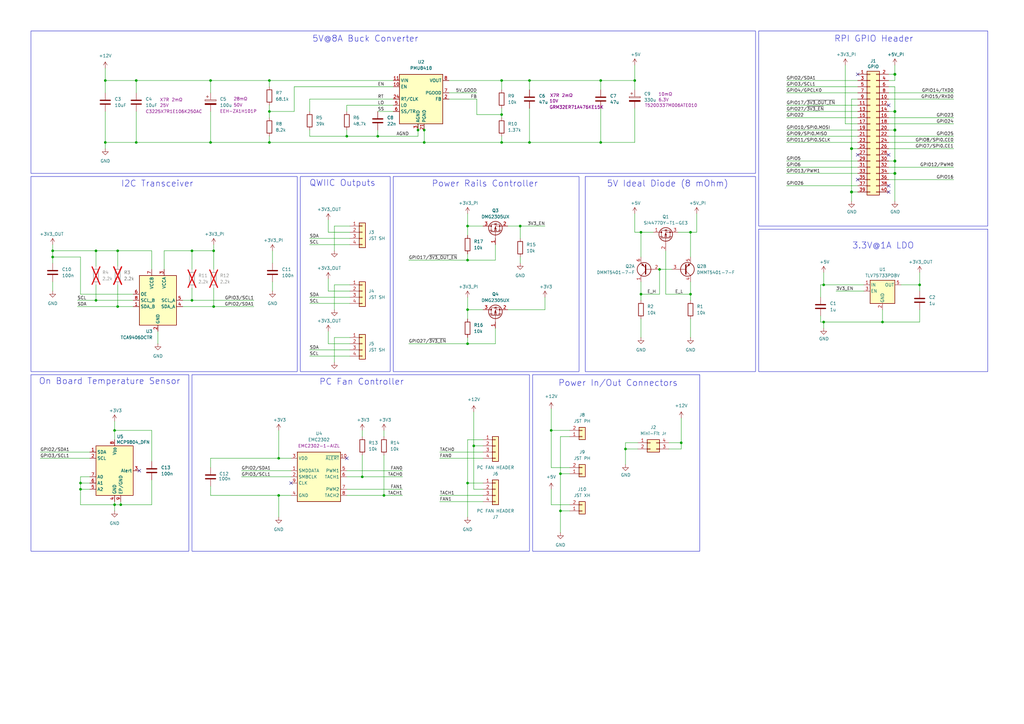
<source format=kicad_sch>
(kicad_sch (version 20231120) (generator "eeschema") (generator_version "8.0")
  (paper "A3")
  (title_block (date "15 nov 2012"))
  (junction (at 142.24 55.88))
  (junction (at 33.02 198.12))
  (junction (at 21.59 105.41))
  (junction (at 205.74 58.42))
  (junction (at 367.03 30.48) (diameter 1.016))
  (junction (at 229.87 194.31))
  (junction (at 55.88 33.02))
  (junction (at 154.94 55.88))
  (junction (at 205.74 33.02))
  (junction (at 367.03 45.72) (diameter 1.016))
  (junction (at 262.89 95.25))
  (junction (at 270.51 110.49))
  (junction (at 337.82 132.08))
  (junction (at 157.48 203.2))
  (junction (at 110.49 33.02))
  (junction (at 205.74 46.99))
  (junction (at 43.18 33.02))
  (junction (at 191.77 92.71))
  (junction (at 171.45 53.34))
  (junction (at 217.17 58.42))
  (junction (at 33.02 200.66))
  (junction (at 262.89 120.65))
  (junction (at 21.59 102.87))
  (junction (at 260.35 33.02))
  (junction (at 48.26 125.73))
  (junction (at 229.87 209.55))
  (junction (at 87.63 102.87))
  (junction (at 246.38 58.42))
  (junction (at 191.77 198.12))
  (junction (at 110.49 58.42))
  (junction (at 256.54 184.15))
  (junction (at 114.3 203.2))
  (junction (at 226.06 176.53))
  (junction (at 349.25 78.74) (diameter 1.016))
  (junction (at 337.82 116.84))
  (junction (at 191.77 127))
  (junction (at 213.36 92.71))
  (junction (at 349.25 60.96) (diameter 1.016))
  (junction (at 46.99 176.53))
  (junction (at 148.59 195.58))
  (junction (at 194.31 182.88))
  (junction (at 78.74 123.19))
  (junction (at 279.4 181.61))
  (junction (at 191.77 106.68))
  (junction (at 367.03 71.12) (diameter 1.016))
  (junction (at 173.99 53.34))
  (junction (at 377.19 116.84))
  (junction (at 49.53 207.01))
  (junction (at 43.18 58.42))
  (junction (at 173.99 58.42))
  (junction (at 39.37 102.87))
  (junction (at 283.21 95.25))
  (junction (at 217.17 33.02))
  (junction (at 87.63 125.73))
  (junction (at 367.03 66.04) (diameter 1.016))
  (junction (at 78.74 102.87))
  (junction (at 48.26 102.87))
  (junction (at 367.03 53.34) (diameter 1.016))
  (junction (at 361.95 132.08))
  (junction (at 283.21 120.65))
  (junction (at 191.77 140.97))
  (junction (at 86.36 33.02))
  (junction (at 46.99 207.01))
  (junction (at 246.38 33.02))
  (junction (at 39.37 123.19))
  (junction (at 110.49 45.72))
  (junction (at 114.3 187.96))
  (junction (at 55.88 58.42))
  (junction (at 86.36 58.42))
  (no_connect (at 351.79 73.66))
  (no_connect (at 57.15 193.04))
  (no_connect (at 351.79 63.5))
  (no_connect (at 142.24 187.96))
  (no_connect (at 364.49 76.2))
  (no_connect (at 364.49 63.5))
  (no_connect (at 364.49 78.74))
  (no_connect (at 364.49 43.18))
  (no_connect (at 119.38 198.12))
  (no_connect (at 351.79 30.48))
  (wire (pts (xy 283.21 120.65) (xy 283.21 115.57)))
  (wire (pts (xy 349.25 60.96) (xy 349.25 78.74)))
  (wire (pts (xy 86.36 199.39) (xy 86.36 203.2)))
  (wire (pts (xy 364.49 60.96) (xy 391.16 60.96)))
  (wire (pts (xy 194.31 200.66) (xy 198.12 200.66)))
  (wire (pts (xy 229.87 194.31) (xy 233.68 194.31)))
  (wire (pts (xy 33.02 120.65) (xy 33.02 105.41)))
  (wire (pts (xy 351.79 43.18) (xy 322.58 43.18)))
  (wire (pts (xy 180.34 205.74) (xy 198.12 205.74)))
  (wire (pts (xy 336.55 132.08) (xy 337.82 132.08)))
  (wire (pts (xy 157.48 186.69) (xy 157.48 203.2)))
  (wire (pts (xy 86.36 33.02) (xy 86.36 38.1)))
  (wire (pts (xy 367.03 35.56) (xy 367.03 45.72)))
  (wire (pts (xy 367.03 53.34) (xy 364.49 53.34)))
  (wire (pts (xy 154.94 45.72) (xy 161.29 45.72)))
  (wire (pts (xy 346.71 26.67) (xy 346.71 50.8)))
  (wire (pts (xy 191.77 138.43) (xy 191.77 140.97)))
  (wire (pts (xy 157.48 176.53) (xy 157.48 179.07)))
  (wire (pts (xy 64.77 135.89) (xy 64.77 140.97)))
  (wire (pts (xy 148.59 195.58) (xy 142.24 195.58)))
  (wire (pts (xy 367.03 66.04) (xy 367.03 71.12)))
  (wire (pts (xy 87.63 125.73) (xy 74.93 125.73)))
  (wire (pts (xy 127 40.64) (xy 161.29 40.64)))
  (wire (pts (xy 48.26 116.84) (xy 48.26 125.73)))
  (wire (pts (xy 195.58 40.64) (xy 195.58 46.99)))
  (wire (pts (xy 203.2 140.97) (xy 203.2 134.62)))
  (wire (pts (xy 256.54 181.61) (xy 261.62 181.61)))
  (wire (pts (xy 191.77 127) (xy 198.12 127)))
  (wire (pts (xy 336.55 129.54) (xy 336.55 132.08)))
  (wire (pts (xy 180.34 185.42) (xy 198.12 185.42)))
  (wire (pts (xy 87.63 102.87) (xy 87.63 110.49)))
  (wire (pts (xy 283.21 95.25) (xy 285.75 95.25)))
  (wire (pts (xy 367.03 53.34) (xy 367.03 66.04)))
  (wire (pts (xy 33.02 200.66) (xy 36.83 200.66)))
  (wire (pts (xy 226.06 207.01) (xy 233.68 207.01)))
  (wire (pts (xy 364.49 38.1) (xy 391.16 38.1)))
  (wire (pts (xy 278.13 95.25) (xy 283.21 95.25)))
  (wire (pts (xy 349.25 40.64) (xy 349.25 60.96)))
  (wire (pts (xy 33.02 195.58) (xy 33.02 198.12)))
  (wire (pts (xy 43.18 58.42) (xy 43.18 60.96)))
  (wire (pts (xy 213.36 92.71) (xy 213.36 97.79)))
  (wire (pts (xy 33.02 200.66) (xy 33.02 207.01)))
  (wire (pts (xy 194.31 182.88) (xy 194.31 200.66)))
  (wire (pts (xy 67.31 102.87) (xy 78.74 102.87)))
  (wire (pts (xy 337.82 111.76) (xy 337.82 116.84)))
  (wire (pts (xy 184.15 40.64) (xy 195.58 40.64)))
  (wire (pts (xy 127 124.46) (xy 143.51 124.46)))
  (wire (pts (xy 33.02 207.01) (xy 46.99 207.01)))
  (wire (pts (xy 226.06 167.64) (xy 226.06 176.53)))
  (wire (pts (xy 349.25 40.64) (xy 351.79 40.64)))
  (wire (pts (xy 120.65 35.56) (xy 161.29 35.56)))
  (wire (pts (xy 171.45 55.88) (xy 171.45 53.34)))
  (wire (pts (xy 364.49 58.42) (xy 391.16 58.42)))
  (wire (pts (xy 195.58 46.99) (xy 205.74 46.99)))
  (wire (pts (xy 134.62 119.38) (xy 143.51 119.38)))
  (wire (pts (xy 21.59 105.41) (xy 21.59 107.95)))
  (wire (pts (xy 21.59 115.57) (xy 21.59 119.38)))
  (wire (pts (xy 337.82 132.08) (xy 361.95 132.08)))
  (wire (pts (xy 86.36 203.2) (xy 114.3 203.2)))
  (wire (pts (xy 322.58 66.04) (xy 351.79 66.04)))
  (wire (pts (xy 191.77 92.71) (xy 191.77 96.52)))
  (wire (pts (xy 270.51 110.49) (xy 275.59 110.49)))
  (wire (pts (xy 260.35 33.02) (xy 260.35 36.83)))
  (wire (pts (xy 127 53.34) (xy 127 55.88)))
  (wire (pts (xy 137.16 116.84) (xy 143.51 116.84)))
  (wire (pts (xy 114.3 187.96) (xy 119.38 187.96)))
  (wire (pts (xy 46.99 205.74) (xy 46.99 207.01)))
  (wire (pts (xy 110.49 45.72) (xy 120.65 45.72)))
  (wire (pts (xy 349.25 60.96) (xy 351.79 60.96)))
  (wire (pts (xy 226.06 176.53) (xy 226.06 191.77)))
  (wire (pts (xy 364.49 48.26) (xy 391.16 48.26)))
  (wire (pts (xy 33.02 198.12) (xy 33.02 200.66)))
  (wire (pts (xy 256.54 184.15) (xy 261.62 184.15)))
  (wire (pts (xy 46.99 172.72) (xy 46.99 176.53)))
  (wire (pts (xy 127 97.79) (xy 143.51 97.79)))
  (wire (pts (xy 148.59 186.69) (xy 148.59 195.58)))
  (wire (pts (xy 46.99 207.01) (xy 49.53 207.01)))
  (wire (pts (xy 110.49 33.02) (xy 110.49 35.56)))
  (wire (pts (xy 110.49 55.88) (xy 110.49 58.42)))
  (wire (pts (xy 279.4 171.45) (xy 279.4 181.61)))
  (wire (pts (xy 180.34 187.96) (xy 198.12 187.96)))
  (wire (pts (xy 134.62 114.3) (xy 134.62 119.38)))
  (wire (pts (xy 48.26 102.87) (xy 62.23 102.87)))
  (wire (pts (xy 217.17 33.02) (xy 246.38 33.02)))
  (wire (pts (xy 46.99 176.53) (xy 62.23 176.53)))
  (wire (pts (xy 349.25 78.74) (xy 349.25 82.55)))
  (wire (pts (xy 322.58 45.72) (xy 351.79 45.72)))
  (wire (pts (xy 55.88 33.02) (xy 55.88 38.1)))
  (wire (pts (xy 55.88 58.42) (xy 55.88 45.72)))
  (wire (pts (xy 142.24 193.04) (xy 165.1 193.04)))
  (wire (pts (xy 142.24 55.88) (xy 142.24 53.34)))
  (wire (pts (xy 377.19 132.08) (xy 377.19 127)))
  (wire (pts (xy 213.36 92.71) (xy 223.52 92.71)))
  (wire (pts (xy 191.77 87.63) (xy 191.77 92.71)))
  (wire (pts (xy 191.77 121.92) (xy 191.77 127)))
  (wire (pts (xy 39.37 123.19) (xy 54.61 123.19)))
  (wire (pts (xy 208.28 92.71) (xy 213.36 92.71)))
  (wire (pts (xy 39.37 102.87) (xy 39.37 109.22)))
  (wire (pts (xy 246.38 44.45) (xy 246.38 58.42)))
  (wire (pts (xy 367.03 71.12) (xy 364.49 71.12)))
  (wire (pts (xy 137.16 127) (xy 137.16 116.84)))
  (wire (pts (xy 99.06 193.04) (xy 119.38 193.04)))
  (wire (pts (xy 337.82 132.08) (xy 337.82 134.62)))
  (wire (pts (xy 322.58 35.56) (xy 351.79 35.56)))
  (wire (pts (xy 148.59 195.58) (xy 165.1 195.58)))
  (wire (pts (xy 120.65 35.56) (xy 120.65 45.72)))
  (wire (pts (xy 134.62 95.25) (xy 143.51 95.25)))
  (wire (pts (xy 322.58 58.42) (xy 351.79 58.42)))
  (wire (pts (xy 283.21 95.25) (xy 283.21 105.41)))
  (wire (pts (xy 203.2 106.68) (xy 203.2 100.33)))
  (wire (pts (xy 351.79 33.02) (xy 322.58 33.02)))
  (wire (pts (xy 142.24 45.72) (xy 142.24 43.18)))
  (wire (pts (xy 229.87 209.55) (xy 233.68 209.55)))
  (wire (pts (xy 87.63 100.33) (xy 87.63 102.87)))
  (wire (pts (xy 111.76 115.57) (xy 111.76 119.38)))
  (wire (pts (xy 36.83 187.96) (xy 16.51 187.96)))
  (wire (pts (xy 55.88 33.02) (xy 43.18 33.02)))
  (wire (pts (xy 367.03 30.48) (xy 367.03 33.02)))
  (wire (pts (xy 142.24 43.18) (xy 161.29 43.18)))
  (wire (pts (xy 86.36 58.42) (xy 110.49 58.42)))
  (wire (pts (xy 167.64 140.97) (xy 191.77 140.97)))
  (wire (pts (xy 260.35 44.45) (xy 260.35 58.42)))
  (wire (pts (xy 367.03 45.72) (xy 367.03 53.34)))
  (wire (pts (xy 111.76 102.87) (xy 111.76 107.95)))
  (wire (pts (xy 191.77 106.68) (xy 203.2 106.68)))
  (wire (pts (xy 62.23 196.85) (xy 62.23 207.01)))
  (wire (pts (xy 367.03 45.72) (xy 364.49 45.72)))
  (wire (pts (xy 39.37 102.87) (xy 48.26 102.87)))
  (wire (pts (xy 127 146.05) (xy 143.51 146.05)))
  (wire (pts (xy 270.51 110.49) (xy 270.51 120.65)))
  (wire (pts (xy 127 45.72) (xy 127 40.64)))
  (wire (pts (xy 171.45 53.34) (xy 171.45 50.8)))
  (wire (pts (xy 246.38 33.02) (xy 246.38 36.83)))
  (wire (pts (xy 367.03 26.67) (xy 367.03 30.48)))
  (wire (pts (xy 134.62 135.89) (xy 134.62 140.97)))
  (wire (pts (xy 86.36 187.96) (xy 86.36 191.77)))
  (wire (pts (xy 114.3 203.2) (xy 119.38 203.2)))
  (wire (pts (xy 322.58 38.1) (xy 351.79 38.1)))
  (wire (pts (xy 369.57 116.84) (xy 377.19 116.84)))
  (wire (pts (xy 127 55.88) (xy 142.24 55.88)))
  (wire (pts (xy 229.87 218.44) (xy 229.87 209.55)))
  (wire (pts (xy 285.75 87.63) (xy 285.75 95.25)))
  (wire (pts (xy 16.51 185.42) (xy 36.83 185.42)))
  (wire (pts (xy 367.03 30.48) (xy 364.49 30.48)))
  (wire (pts (xy 134.62 90.17) (xy 134.62 95.25)))
  (wire (pts (xy 31.75 125.73) (xy 48.26 125.73)))
  (wire (pts (xy 364.49 50.8) (xy 391.16 50.8)))
  (wire (pts (xy 205.74 46.99) (xy 205.74 44.45)))
  (wire (pts (xy 33.02 195.58) (xy 36.83 195.58)))
  (wire (pts (xy 336.55 116.84) (xy 336.55 121.92)))
  (wire (pts (xy 364.49 40.64) (xy 391.16 40.64)))
  (wire (pts (xy 337.82 116.84) (xy 354.33 116.84)))
  (wire (pts (xy 229.87 179.07) (xy 233.68 179.07)))
  (wire (pts (xy 184.15 38.1) (xy 195.58 38.1)))
  (wire (pts (xy 43.18 45.72) (xy 43.18 58.42)))
  (wire (pts (xy 78.74 102.87) (xy 78.74 110.49)))
  (wire (pts (xy 21.59 100.33) (xy 21.59 102.87)))
  (wire (pts (xy 191.77 180.34) (xy 198.12 180.34)))
  (wire (pts (xy 283.21 120.65) (xy 283.21 123.19)))
  (wire (pts (xy 322.58 48.26) (xy 351.79 48.26)))
  (wire (pts (xy 46.99 176.53) (xy 46.99 180.34)))
  (wire (pts (xy 173.99 53.34) (xy 173.99 50.8)))
  (wire (pts (xy 33.02 105.41) (xy 21.59 105.41)))
  (wire (pts (xy 137.16 92.71) (xy 143.51 92.71)))
  (wire (pts (xy 43.18 58.42) (xy 55.88 58.42)))
  (wire (pts (xy 322.58 55.88) (xy 351.79 55.88)))
  (wire (pts (xy 119.38 195.58) (xy 99.06 195.58)))
  (wire (pts (xy 274.32 181.61) (xy 279.4 181.61)))
  (wire (pts (xy 137.16 148.59) (xy 137.16 138.43)))
  (wire (pts (xy 86.36 33.02) (xy 110.49 33.02)))
  (wire (pts (xy 62.23 176.53) (xy 62.23 189.23)))
  (wire (pts (xy 46.99 207.01) (xy 46.99 209.55)))
  (wire (pts (xy 78.74 118.11) (xy 78.74 123.19)))
  (wire (pts (xy 191.77 92.71) (xy 198.12 92.71)))
  (wire (pts (xy 361.95 127) (xy 361.95 132.08)))
  (wire (pts (xy 260.35 26.67) (xy 260.35 33.02)))
  (wire (pts (xy 191.77 180.34) (xy 191.77 198.12)))
  (wire (pts (xy 217.17 44.45) (xy 217.17 58.42)))
  (wire (pts (xy 110.49 58.42) (xy 173.99 58.42)))
  (wire (pts (xy 21.59 102.87) (xy 39.37 102.87)))
  (wire (pts (xy 342.9 119.38) (xy 354.33 119.38)))
  (wire (pts (xy 377.19 116.84) (xy 377.19 119.38)))
  (wire (pts (xy 67.31 102.87) (xy 67.31 110.49)))
  (wire (pts (xy 167.64 106.68) (xy 191.77 106.68)))
  (wire (pts (xy 322.58 68.58) (xy 351.79 68.58)))
  (wire (pts (xy 229.87 209.55) (xy 229.87 194.31)))
  (wire (pts (xy 367.03 33.02) (xy 364.49 33.02)))
  (wire (pts (xy 43.18 33.02) (xy 43.18 38.1)))
  (wire (pts (xy 205.74 33.02) (xy 205.74 36.83)))
  (wire (pts (xy 48.26 102.87) (xy 48.26 109.22)))
  (wire (pts (xy 191.77 127) (xy 191.77 130.81)))
  (wire (pts (xy 54.61 125.73) (xy 48.26 125.73)))
  (wire (pts (xy 142.24 200.66) (xy 165.1 200.66)))
  (wire (pts (xy 213.36 107.95) (xy 213.36 105.41)))
  (wire (pts (xy 86.36 33.02) (xy 55.88 33.02)))
  (wire (pts (xy 205.74 33.02) (xy 217.17 33.02)))
  (wire (pts (xy 127 143.51) (xy 143.51 143.51)))
  (wire (pts (xy 154.94 55.88) (xy 171.45 55.88)))
  (wire (pts (xy 43.18 27.94) (xy 43.18 33.02)))
  (wire (pts (xy 191.77 198.12) (xy 191.77 212.09)))
  (wire (pts (xy 364.49 73.66) (xy 391.16 73.66)))
  (wire (pts (xy 205.74 46.99) (xy 205.74 48.26)))
  (wire (pts (xy 127 100.33) (xy 143.51 100.33)))
  (wire (pts (xy 364.49 68.58) (xy 391.16 68.58)))
  (wire (pts (xy 208.28 127) (xy 223.52 127)))
  (wire (pts (xy 260.35 58.42) (xy 246.38 58.42)))
  (wire (pts (xy 349.25 78.74) (xy 351.79 78.74)))
  (wire (pts (xy 87.63 118.11) (xy 87.63 125.73)))
  (wire (pts (xy 31.75 123.19) (xy 39.37 123.19)))
  (wire (pts (xy 260.35 87.63) (xy 260.35 95.25)))
  (wire (pts (xy 39.37 116.84) (xy 39.37 123.19)))
  (wire (pts (xy 217.17 33.02) (xy 217.17 36.83)))
  (wire (pts (xy 33.02 198.12) (xy 36.83 198.12)))
  (wire (pts (xy 55.88 58.42) (xy 86.36 58.42)))
  (wire (pts (xy 367.03 35.56) (xy 364.49 35.56)))
  (wire (pts (xy 322.58 76.2) (xy 351.79 76.2)))
  (wire (pts (xy 180.34 203.2) (xy 198.12 203.2)))
  (wire (pts (xy 74.93 123.19) (xy 78.74 123.19)))
  (wire (pts (xy 273.05 120.65) (xy 283.21 120.65)))
  (wire (pts (xy 217.17 58.42) (xy 205.74 58.42)))
  (wire (pts (xy 173.99 58.42) (xy 205.74 58.42)))
  (wire (pts (xy 336.55 116.84) (xy 337.82 116.84)))
  (wire (pts (xy 157.48 203.2) (xy 165.1 203.2)))
  (wire (pts (xy 191.77 140.97) (xy 203.2 140.97)))
  (wire (pts (xy 226.06 191.77) (xy 233.68 191.77)))
  (wire (pts (xy 283.21 130.81) (xy 283.21 138.43)))
  (wire (pts (xy 62.23 102.87) (xy 62.23 110.49)))
  (wire (pts (xy 142.24 55.88) (xy 154.94 55.88)))
  (wire (pts (xy 223.52 121.92) (xy 223.52 127)))
  (wire (pts (xy 134.62 140.97) (xy 143.51 140.97)))
  (wire (pts (xy 21.59 102.87) (xy 21.59 105.41)))
  (wire (pts (xy 246.38 58.42) (xy 217.17 58.42)))
  (wire (pts (xy 184.15 33.02) (xy 205.74 33.02)))
  (wire (pts (xy 194.31 182.88) (xy 198.12 182.88)))
  (wire (pts (xy 191.77 104.14) (xy 191.77 106.68)))
  (wire (pts (xy 262.89 95.25) (xy 267.97 95.25)))
  (wire (pts (xy 148.59 176.53) (xy 148.59 179.07)))
  (wire (pts (xy 270.51 120.65) (xy 262.89 120.65)))
  (wire (pts (xy 229.87 194.31) (xy 229.87 179.07)))
  (wire (pts (xy 361.95 132.08) (xy 377.19 132.08)))
  (wire (pts (xy 279.4 184.15) (xy 279.4 181.61)))
  (wire (pts (xy 205.74 58.42) (xy 205.74 55.88)))
  (wire (pts (xy 78.74 123.19) (xy 104.14 123.19)))
  (wire (pts (xy 367.03 71.12) (xy 367.03 82.55)))
  (wire (pts (xy 78.74 102.87) (xy 87.63 102.87)))
  (wire (pts (xy 114.3 176.53) (xy 114.3 187.96)))
  (wire (pts (xy 364.49 55.88) (xy 391.16 55.88)))
  (wire (pts (xy 110.49 33.02) (xy 161.29 33.02)))
  (wire (pts (xy 351.79 71.12) (xy 322.58 71.12)))
  (wire (pts (xy 262.89 120.65) (xy 262.89 123.19)))
  (wire (pts (xy 256.54 190.5) (xy 256.54 184.15)))
  (wire (pts (xy 154.94 53.34) (xy 154.94 55.88)))
  (wire (pts (xy 137.16 102.87) (xy 137.16 92.71)))
  (wire (pts (xy 86.36 187.96) (xy 114.3 187.96)))
  (wire (pts (xy 273.05 102.87) (xy 273.05 120.65)))
  (wire (pts (xy 127 121.92) (xy 143.51 121.92)))
  (wire (pts (xy 173.99 58.42) (xy 173.99 53.34)))
  (wire (pts (xy 367.03 66.04) (xy 364.49 66.04)))
  (wire (pts (xy 262.89 120.65) (xy 262.89 115.57)))
  (wire (pts (xy 377.19 116.84) (xy 377.19 111.76)))
  (wire (pts (xy 110.49 43.18) (xy 110.49 45.72)))
  (wire (pts (xy 194.31 168.91) (xy 194.31 182.88)))
  (wire (pts (xy 110.49 45.72) (xy 110.49 48.26)))
  (wire (pts (xy 256.54 184.15) (xy 256.54 181.61)))
  (wire (pts (xy 262.89 95.25) (xy 262.89 105.41)))
  (wire (pts (xy 351.79 50.8) (xy 346.71 50.8)))
  (wire (pts (xy 104.14 125.73) (xy 87.63 125.73)))
  (wire (pts (xy 274.32 184.15) (xy 279.4 184.15)))
  (wire (pts (xy 226.06 176.53) (xy 233.68 176.53)))
  (wire (pts (xy 137.16 138.43) (xy 143.51 138.43)))
  (wire (pts (xy 49.53 207.01) (xy 49.53 205.74)))
  (wire (pts (xy 262.89 130.81) (xy 262.89 138.43)))
  (wire (pts (xy 114.3 212.09) (xy 114.3 203.2)))
  (wire (pts (xy 260.35 95.25) (xy 262.89 95.25)))
  (wire (pts (xy 62.23 207.01) (xy 49.53 207.01)))
  (wire (pts (xy 54.61 120.65) (xy 33.02 120.65)))
  (wire (pts (xy 351.79 53.34) (xy 322.58 53.34)))
  (wire (pts (xy 142.24 203.2) (xy 157.48 203.2)))
  (wire (pts (xy 191.77 198.12) (xy 198.12 198.12)))
  (wire (pts (xy 226.06 200.66) (xy 226.06 207.01)))
  (wire (pts (xy 246.38 33.02) (xy 260.35 33.02)))
  (wire (pts (xy 86.36 58.42) (xy 86.36 45.72)))
  (rectangle (start 12.7 153.67) (end 77.47 226.06))
  (rectangle (start 311.15 12.7) (end 405.13 92.71))
  (rectangle (start 123.19 72.39) (end 160.02 152.4))
  (rectangle (start 12.7 12.7) (end 309.88 71.12))
  (rectangle (start 218.44 153.67) (end 287.02 226.06))
  (rectangle (start 240.03 72.39) (end 309.88 152.4))
  (rectangle (start 12.7 72.39) (end 121.92 152.4))
  (rectangle (start 311.15 93.98) (end 405.13 152.4))
  (rectangle (start 78.74 153.67) (end 217.17 226.06))
  (rectangle (start 161.29 72.39) (end 237.49 152.4))
  (text "PC Fan Controller" (at 148.336 156.718 0) (effects (font (size 2.54 2.54))))
  (text "Power In/Out Connectors" (at 253.492 157.226 0) (effects (font (size 2.54 2.54))))
  (text "On Board Temperature Sensor" (at 44.958 156.464 0) (effects (font (size 2.54 2.54))))
  (text "I2C Transceiver" (at 64.516 75.438 0) (effects (font (size 2.54 2.54))))
  (text "3.3V@1A LDO" (at 362.204 100.838 0) (effects (font (size 2.54 2.54))))
  (text "5V Ideal Diode (8 mOhm)" (at 273.812 75.438 0) (effects (font (size 2.54 2.54))))
  (text "5V@8A Buck Converter" (at 149.86 16.002 0) (effects (font (size 2.54 2.54))))
  (text "QWIIC Outputs" (at 140.462 75.184 0) (effects (font (size 2.54 2.54))))
  (text "Power Rails Controller" (at 198.882 75.438 0) (effects (font (size 2.54 2.54))))
  (text "RPI GPIO Header" (at 358.394 16.002 0) (effects (font (size 2.54 2.54))))
  (label "GPIO3{slash}SCL1" (at 99.06 195.58 0))
  (label "SS" (at 154.94 45.72 0))
  (label "GPIO6" (at 322.58 68.58 0))
  (label "SCL" (at 31.75 123.19 0))
  (label "FAN1" (at 165.1 200.66 180))
  (label "FAN0" (at 180.34 187.96 0))
  (label "TACH0" (at 165.1 195.58 180))
  (label "GPIO5" (at 322.58 66.04 0))
  (label "SDA" (at 127 143.51 0))
  (label "AGND" (at 162.56 55.88 0))
  (label "GPIO10{slash}SPI0.MOSI" (at 322.58 53.34 0))
  (label "LO" (at 154.94 43.18 0))
  (label "GPIO9{slash}SPI0.MISO" (at 322.58 55.88 0))
  (label "GPIO23" (at 391.16 48.26 180))
  (label "5V_GOOD" (at 195.58 38.1 180))
  (label "GPIO4{slash}GPCLK0" (at 322.58 38.1 0))
  (label "FAN0" (at 165.1 193.04 180))
  (label "GPIO27{slash}~{3V3_EN}" (at 322.58 45.72 0))
  (label "E_L" (at 276.86 120.65 0))
  (label "RT" (at 154.94 40.64 0))
  (label "SCL" (at 127 100.33 0))
  (label "GPIO26" (at 322.58 76.2 0))
  (label "GPIO14{slash}TXD0" (at 391.16 38.1 180))
  (label "E_H" (at 265.43 120.65 0))
  (label "GPIO8{slash}SPI0.CE0" (at 391.16 58.42 180))
  (label "GPIO15{slash}RXD0" (at 391.16 40.64 180))
  (label "GPIO3{slash}SCL1" (at 104.14 123.19 180))
  (label "GPIO16" (at 391.16 73.66 180))
  (label "GPIO22" (at 322.58 48.26 0))
  (label "GPIO2{slash}SDA1" (at 322.58 33.02 0))
  (label "GPIO17{slash}~{3V3_OUT_EN}" (at 167.64 106.68 0))
  (label "GPIO17{slash}~{3V3_OUT_EN}" (at 322.58 43.18 0))
  (label "TACH0" (at 180.34 185.42 0))
  (label "GPIO25" (at 391.16 55.88 180))
  (label "3V3_EN" (at 223.52 92.71 180))
  (label "TACH1" (at 165.1 203.2 180))
  (label "GPIO3{slash}SCL1" (at 322.58 35.56 0))
  (label "SDA" (at 127 97.79 0))
  (label "GPIO12{slash}PWM0" (at 391.16 68.58 180))
  (label "3V3_EN" (at 342.9 119.38 0))
  (label "GPIO13{slash}PWM1" (at 322.58 71.12 0))
  (label "FB" (at 195.58 40.64 180))
  (label "GPIO24" (at 391.16 50.8 180))
  (label "SCL" (at 127 146.05 0))
  (label "GPIO7{slash}SPI0.CE1" (at 391.16 60.96 180))
  (label "SDA" (at 127 121.92 0))
  (label "GPIO2{slash}SDA1" (at 16.51 185.42 0))
  (label "SDA" (at 31.75 125.73 0))
  (label "GPIO27{slash}~{3V3_EN}" (at 167.64 140.97 0))
  (label "FAN1" (at 180.34 205.74 0))
  (label "SCL" (at 127 124.46 0))
  (label "GPIO2{slash}SDA1" (at 99.06 193.04 0))
  (label "TACH1" (at 180.34 203.2 0))
  (label "GPIO3{slash}SCL1" (at 16.51 187.96 0))
  (label "GPIO2{slash}SDA1" (at 104.14 125.73 180))
  (label "GPIO11{slash}SPI0.SCLK" (at 322.58 58.42 0))
  (label "EN" (at 154.94 35.56 0))
  (symbol (lib_id "power:+5V") (at 367.03 26.67 0) (unit 1)
    (property "Reference" "#PWR01" (effects (hide yes)))
    (property "Value" "+5V_PI" (at 367.3983 22.3456 0))
  )
  (symbol (lib_id "power:+3.3V") (at 377.19 111.76 0) (unit 1)
    (property "Reference" "#PWR04" (effects (hide yes)))
    (property "Value" "+3V3_OUT" (at 377.5583 107.4356 0))
  )
  (symbol (lib_id "power:GND") (at 367.03 82.55 0) (unit 1)
    (property "Reference" "#PWR02" (effects (hide yes)))
    (property "Value" "GND" (at 367.1443 86.8744 0))
  )
  (symbol (lib_id "power:GND") (at 349.25 82.55 0) (unit 1)
    (property "Reference" "#PWR03" (effects (hide yes)))
    (property "Value" "GND" (at 349.3643 86.8744 0))
  )
  (symbol (lib_id "Connector_Generic:Conn_02x20_Odd_Even") (at 356.87 53.34 0) (unit 1)
    (property "Reference" "J1" (at 358.14 24.9998 0))
    (property "Value" "GPIO" (at 358.14 27.305 0))
    (property "Footprint" "Connector_PinSocket_2.54mm:PinSocket_2x20_P2.54mm_Vertical" (effects (hide yes)))
    (property "MPN" "PRT-16764" (effects (hide yes)))
    (property "Manufacturer" "SparkFun" (effects (hide yes)))
  )
  (symbol (lib_id "Device:C") (at 55.88 41.91 0) (unit 1)
    (property "Reference" "C4" (at 59.69 40.6399 0) (effects (justify left)))
    (property "Value" "10uF" (at 59.69 43.1799 0) (effects (justify left)))
    (property "Footprint" "Capacitor_SMD:C_1210_3225Metric" (effects (hide yes)))
    (property "Description" "Unpolarized capacitor" (effects (hide yes)))
    (property "MPN" "C3225X7R1E106K250AC" (at 59.69 45.72 0) (effects (justify left)))
    (property "Dielectric" "X7R" (at 65.532 40.894 0) (effects (justify left)))
    (property "Voltage Rating" "25V" (at 65.532 43.18 0) (effects (justify left)))
    (property "ESR" "2mΩ" (at 70.358 40.894 0) (effects (justify left)))
    (property "Manufacturer" "TDK Corporation" (effects (hide yes)))
  )
  (symbol (lib_id "Connector_Generic:Conn_01x04") (at 203.2 182.88 0) (unit 1)
    (property "Reference" "J6" (at 203.2 194.31 0))
    (property "Value" "PC FAN HEADER" (at 203.2 191.77 0))
    (property "Footprint" "Connector:FanPinHeader_1x04_P2.54mm_Vertical" (effects (hide yes)))
    (property "MPN" "47053-1000" (effects (hide yes)))
    (property "Manufacturer" "Molex" (effects (hide yes)))
  )
  (symbol (lib_id "power:+5V") (at 134.62 135.89 0) (unit 1)
    (property "Reference" "#PWR017" (effects (hide yes)))
    (property "Value" "+3V3_OUT" (at 134.9883 131.5656 0))
  )
  (symbol (lib_id "Device:R") (at 127 49.53 0) (unit 1)
    (property "Reference" "R5" (at 129.54 48.2599 0) (effects (justify left)))
    (property "Value" "39k" (at 129.54 50.7999 0) (effects (justify left)))
    (property "Footprint" "Resistor_SMD:R_0603_1608Metric" (effects (hide yes)))
    (property "Description" "Resistor" (effects (hide yes)))
    (property "MPN" "RC0603FR-0739KL" (effects (hide yes)))
    (property "Manufacturer" "YAGEO" (effects (hide yes)))
  )
  (symbol (lib_name "GND_2") (lib_id "power:GND") (at 43.18 60.96 0) (unit 1)
    (property "Reference" "#PWR022" (effects (hide yes)))
    (property "Value" "GND" (at 43.18 66.04 0))
    (property "Description" "Power symbol creates a global label with name \"GND\" , ground" (effects (hide yes)))
  )
  (symbol (lib_id "common:PMU8418") (at 172.72 41.91 0) (unit 1)
    (property "Reference" "U2" (at 172.72 25.4 0))
    (property "Value" "PMU8418" (at 172.72 27.94 0))
    (property "Footprint" "common:PMU8000" (effects (hide yes)))
    (property "Datasheet" "https://flexpowermodules.com/resources/fpm-techspec-pmu" (effects (hide yes)))
    (property "Description" "04.5 to 17V to 0.6-5.5V Adjustable Switching DC DC Buck converter with 8A Output current." (effects (hide yes)))
    (property "MPN" "PMU8418 D" (effects (hide yes)))
    (property "Manufacturer" "Flex Power Modules" (effects (hide yes)))
  )
  (symbol (lib_id "power:GND") (at 137.16 102.87 0) (unit 1)
    (property "Reference" "#PWR016" (effects (hide yes)))
    (property "Value" "GND" (effects (hide yes)))
  )
  (symbol (lib_id "Device:R") (at 78.74 114.3 0) (mirror y) (unit 1) (dnp yes)
    (property "Reference" "R11" (at 81.28 113.0299 0) (effects (justify right)))
    (property "Value" "2.2k" (at 81.28 115.5699 0) (effects (justify right)))
    (property "Footprint" "Resistor_SMD:R_0603_1608Metric" (effects (hide yes)))
    (property "Description" "Resistor" (effects (hide yes)))
    (property "MPN" "RC0603FR-072K2L" (effects (hide yes)))
    (property "Manufacturer" "YAGEO" (effects (hide yes)))
  )
  (symbol (lib_id "power:+5V") (at 260.35 87.63 0) (unit 1)
    (property "Reference" "#PWR020" (effects (hide yes)))
    (property "Value" "+5V" (at 260.7183 83.3056 0))
  )
  (symbol (lib_id "power:+5V") (at 148.59 176.53 0) (unit 1)
    (property "Reference" "#PWR034" (effects (hide yes)))
    (property "Value" "+3V3" (at 148.9583 172.2056 0))
  )
  (symbol (lib_id "Device:R") (at 110.49 39.37 0) (unit 1)
    (property "Reference" "R7" (at 113.03 38.0999 0) (effects (justify left)))
    (property "Value" "68.1k" (at 113.03 40.6399 0) (effects (justify left)))
    (property "Footprint" "Resistor_SMD:R_0603_1608Metric" (effects (hide yes)))
    (property "Description" "Resistor" (effects (hide yes)))
    (property "MPN" "RC0603FR-0768K1L" (effects (hide yes)))
    (property "Manufacturer" "YAGEO" (effects (hide yes)))
  )
  (symbol (lib_id "Device:R") (at 283.21 127 0) (unit 1)
    (property "Reference" "R1" (at 285.75 125.7299 0) (effects (justify left)))
    (property "Value" "10k" (at 285.75 128.2699 0) (effects (justify left)))
    (property "Footprint" "Resistor_SMD:R_0603_1608Metric" (effects (hide yes)))
    (property "Description" "Resistor" (effects (hide yes)))
    (property "MPN" "RC0603FR-0710KL" (effects (hide yes)))
    (property "Manufacturer" "YAGEO" (effects (hide yes)))
  )
  (symbol (lib_id "Device:R") (at 87.63 114.3 0) (unit 1) (dnp yes)
    (property "Reference" "R12" (at 90.17 113.0299 0) (effects (justify left)))
    (property "Value" "2.2k" (at 90.17 115.5699 0) (effects (justify left)))
    (property "Footprint" "Resistor_SMD:R_0603_1608Metric" (effects (hide yes)))
    (property "Description" "Resistor" (effects (hide yes)))
    (property "MPN" "RC0603FR-072K2L" (effects (hide yes)))
    (property "Manufacturer" "YAGEO" (effects (hide yes)))
  )
  (symbol (lib_id "power:+12V") (at 194.31 168.91 0) (unit 1)
    (property "Reference" "#PWR035" (effects (hide yes)))
    (property "Value" "+12V" (at 194.31 163.83 0))
  )
  (symbol (lib_id "Device:R") (at 213.36 101.6 0) (unit 1)
    (property "Reference" "R15" (at 215.9 100.3299 0) (effects (justify left)))
    (property "Value" "10k" (at 215.9 102.8699 0) (effects (justify left)))
    (property "Footprint" "Resistor_SMD:R_0603_1608Metric" (effects (hide yes)))
    (property "Description" "Resistor" (effects (hide yes)))
    (property "MPN" "RC0603FR-0710KL" (effects (hide yes)))
    (property "Manufacturer" "YAGEO" (effects (hide yes)))
  )
  (symbol (lib_id "Connector_Generic:Conn_01x02") (at 238.76 209.55 0) (mirror x) (unit 1)
    (property "Reference" "J10" (at 238.76 200.66 0))
    (property "Value" "JST XH" (at 238.76 203.2 0))
    (property "Footprint" "Connector_JST:JST_XH_S2B-XH-A_1x02_P2.50mm_Horizontal" (effects (hide yes)))
    (property "Description" "Generic connector, single row, 01x02, script generated (kicad-library-utils/schlib/autogen/connector/)" (effects (hide yes)))
    (property "MPN" "S2B-XH-A" (effects (hide yes)))
    (property "Manufacturer" "JST" (effects (hide yes)))
  )
  (symbol (lib_id "power:+5V") (at 285.75 87.63 0) (unit 1)
    (property "Reference" "#PWR05" (effects (hide yes)))
    (property "Value" "+5V_PI" (at 286.1183 83.3056 0))
  )
  (symbol (lib_id "Connector_Generic:Conn_02x02_Counter_Clockwise") (at 266.7 181.61 0) (unit 1)
    (property "Reference" "J2" (at 267.97 175.26 0))
    (property "Value" "Mini-Fit Jr" (at 267.97 177.8 0))
    (property "Footprint" "common:Molex_Mini-Fit_Jr_5566-04A_2x02_P4.20mm_Vertical" (effects (hide yes)))
    (property "Description" "Generic connector, double row, 02x02, counter clockwise pin numbering scheme (similar to DIP package numbering), script generated (kicad-library-utils/schlib/autogen/connector/)" (effects (hide yes)))
    (property "MPN" "39-28-8400" (effects (hide yes)))
    (property "Manufacturer" "Molex" (effects (hide yes)))
  )
  (symbol (lib_id "Device:C") (at 62.23 193.04 0) (unit 1)
    (property "Reference" "C13" (at 66.04 191.7699 0) (effects (justify left)))
    (property "Value" "100n" (at 66.04 194.3099 0) (effects (justify left)))
    (property "Footprint" "Capacitor_SMD:C_0603_1608Metric" (effects (hide yes)))
    (property "Description" "Unpolarized capacitor" (effects (hide yes)))
    (property "MPN" "CL10B104KB8NNWC" (effects (hide yes)))
    (property "Manufacturer" "Samsung Electro-Mechanics" (effects (hide yes)))
  )
  (symbol (lib_id "Interface:TCA9406DC") (at 64.77 123.19 0) (mirror y) (unit 1)
    (property "Reference" "U3" (at 62.5759 135.89 0) (effects (justify left)))
    (property "Value" "TCA9406DCTR" (at 62.5759 138.43 0) (effects (justify left)))
    (property "Footprint" "Package_SO:SSOP-8_2.95x2.8mm_P0.65mm" (effects (hide yes)))
    (property "Datasheet" "www.ti.com/lit/ds/symlink/tca9406.pdf" (effects (hide yes)))
    (property "Description" "2-Bit Bidirectional 1-MHz, I2C Bus and SMBus Voltage-Level Translator With 8-kV HBM ESD" (effects (hide yes)))
    (property "MPN" "TCA9406DCTR" (effects (hide yes)))
    (property "Manufacturer" "Texas Instruments" (effects (hide yes)))
  )
  (symbol (lib_id "Connector_Generic:Conn_01x04") (at 203.2 200.66 0) (unit 1)
    (property "Reference" "J7" (at 203.2 212.09 0))
    (property "Value" "PC FAN HEADER" (at 203.2 209.55 0))
    (property "Footprint" "Connector:FanPinHeader_1x04_P2.54mm_Vertical" (effects (hide yes)))
    (property "MPN" "47053-1000" (effects (hide yes)))
    (property "Manufacturer" "Molex" (effects (hide yes)))
  )
  (symbol (lib_id "Device:R") (at 191.77 100.33 0) (unit 1)
    (property "Reference" "R17" (at 194.31 99.0599 0) (effects (justify left)))
    (property "Value" "10k" (at 194.31 101.5999 0) (effects (justify left)))
    (property "Footprint" "Resistor_SMD:R_0603_1608Metric" (effects (hide yes)))
    (property "Description" "Resistor" (effects (hide yes)))
    (property "MPN" "RC0603FR-0710KL" (effects (hide yes)))
    (property "Manufacturer" "YAGEO" (effects (hide yes)))
  )
  (symbol (lib_id "Device:C") (at 336.55 125.73 0) (unit 1)
    (property "Reference" "C1" (at 340.36 124.4599 0) (effects (justify left)))
    (property "Value" "1u" (at 340.36 126.9999 0) (effects (justify left)))
    (property "Footprint" "Capacitor_SMD:C_0805_2012Metric" (effects (hide yes)))
    (property "Description" "Unpolarized capacitor" (effects (hide yes)))
    (property "MPN" "CL21B105KAFNNNE" (effects (hide yes)))
    (property "Manufacturer" "Samsung Electro-Mechanics" (effects (hide yes)))
    (property "Voltage Rating" "6.3V" (effects (hide yes)))
  )
  (symbol (lib_id "Device:C_Polarized") (at 86.36 41.91 0) (unit 1)
    (property "Reference" "C5" (at 90.17 40.64 0) (effects (justify left)))
    (property "Value" "100u" (at 90.17 43.18 0) (effects (justify left)))
    (property "Footprint" "Capacitor_SMD:CP_Elec_10x12.6" (effects (hide yes)))
    (property "Description" "Polarized capacitor" (effects (hide yes)))
    (property "MPN" "EEH-ZA1H101P" (at 90.17 45.5931 0) (effects (justify left)))
    (property "ESR" "28mΩ" (at 95.758 40.5131 0) (effects (justify left)))
    (property "Voltage Rating" "50V" (at 95.758 43.0531 0) (effects (justify left)))
    (property "Manufacturer" "Panasonic Electronic Components" (effects (hide yes)))
  )
  (symbol (lib_id "power:+5V") (at 87.63 100.33 0) (unit 1)
    (property "Reference" "#PWR027" (effects (hide yes)))
    (property "Value" "+3V3_PI" (at 87.9983 96.0056 0))
  )
  (symbol (lib_id "Device:C") (at 217.17 40.64 0) (unit 1)
    (property "Reference" "C6" (at 220.98 39.3699 0) (effects (justify left)))
    (property "Value" "47u" (at 220.98 41.9099 0) (effects (justify left)))
    (property "Footprint" "Capacitor_SMD:C_1210_3225Metric" (effects (hide yes)))
    (property "Description" "Unpolarized capacitor" (effects (hide yes)))
    (property "MPN" "GRM32ER71A476KE15K" (at 225.298 43.942 0) (effects (justify left)))
    (property "Dielectric" "X7R" (at 225.552 39.116 0) (effects (justify left)))
    (property "Voltage Rating" "10V" (at 225.298 41.402 0) (effects (justify left)))
    (property "ESR" "2mΩ" (at 230.378 39.116 0) (effects (justify left)))
    (property "Manufacturer" "Murata Electronics" (effects (hide yes)))
  )
  (symbol (lib_id "Transistor_BJT:DMMT5401") (at 280.67 110.49 0) (mirror x) (unit 2)
    (property "Reference" "Q2" (at 285.75 109.2199 0) (effects (justify left)))
    (property "Value" "DMMT5401-7-F" (at 285.75 111.7599 0) (effects (justify left)))
    (property "Footprint" "Package_TO_SOT_SMD:SOT-23-6" (effects (hide yes)))
    (property "Datasheet" "https://www.diodes.com/assets/Datasheets/ds30437.pdf" (effects (hide yes)))
    (property "Description" "Dual PNP transistor, 6 pin package" (effects (hide yes)))
    (property "MPN" "DMMT5401-7-F" (effects (hide yes)))
    (property "Manufacturer" "Diodes Incorporated" (effects (hide yes)))
  )
  (symbol (lib_id "power:GND") (at 191.77 212.09 0) (mirror y) (unit 1)
    (property "Reference" "#PWR036" (effects (hide yes)))
    (property "Value" "GND" (at 191.77 217.17 0))
  )
  (symbol (lib_id "Device:R") (at 48.26 113.03 0) (unit 1) (dnp yes)
    (property "Reference" "R3" (at 50.8 111.7599 0) (effects (justify left)))
    (property "Value" "2.2k" (at 50.8 114.2999 0) (effects (justify left)))
    (property "Footprint" "Resistor_SMD:R_0603_1608Metric" (effects (hide yes)))
    (property "Description" "Resistor" (effects (hide yes)))
    (property "MPN" "RC0603FR-072K2L" (effects (hide yes)))
    (property "Manufacturer" "YAGEO" (effects (hide yes)))
  )
  (symbol (lib_id "Regulator_Linear:TLV75733PDBV") (at 361.95 119.38 0) (unit 1)
    (property "Reference" "U1" (at 361.95 110.49 0))
    (property "Value" "TLV75733PDBV" (at 361.95 113.03 0))
    (property "Footprint" "Package_TO_SOT_SMD:SOT-23-5" (effects (hide yes)))
    (property "Datasheet" "https://www.ti.com/lit/ds/symlink/tlv757p.pdf" (effects (hide yes)))
    (property "Description" "1A Low IQ Small Size Low Dropout Voltage Regulator, Fixed Output 3.3V, SOT-23-5" (effects (hide yes)))
    (property "MPN" "TLV75733PDBV" (effects (hide yes)))
    (property "Manufacturer" "Texas Instruments" (effects (hide yes)))
  )
  (symbol (lib_id "Device:Q_PMOS_DGS") (at 273.05 97.79 90) (unit 1)
    (property "Reference" "Q1" (at 273.05 88.9 90))
    (property "Value" "SI4477DY-T1-GE3" (at 273.05 91.44 90))
    (property "Footprint" "Package_SO:SO-8_3.9x4.9mm_P1.27mm" (effects (hide yes)))
    (property "Description" "P-MOSFET transistor, drain/gate/source" (effects (hide yes)))
    (property "MPN" "SI4477DY-T1-GE3" (effects (hide yes)))
    (property "Manufacturer" "Vishay Siliconix" (effects (hide yes)))
  )
  (symbol (lib_id "power:+5V") (at 346.71 26.67 0) (unit 1)
    (property "Reference" "#PWR025" (effects (hide yes)))
    (property "Value" "+3V3_PI" (at 347.0783 22.3456 0))
  )
  (symbol (lib_id "power:GND") (at 337.82 134.62 0) (unit 1)
    (property "Reference" "#PWR014" (effects (hide yes)))
    (property "Value" "GND" (at 337.9343 138.9444 0))
  )
  (symbol (lib_id "power:+5V") (at 157.48 176.53 0) (unit 1)
    (property "Reference" "#PWR037" (effects (hide yes)))
    (property "Value" "+3V3" (at 157.8483 172.2056 0))
  )
  (symbol (lib_id "Device:R") (at 262.89 127 0) (unit 1)
    (property "Reference" "R2" (at 265.43 125.7299 0) (effects (justify left)))
    (property "Value" "10k" (at 265.43 128.2699 0) (effects (justify left)))
    (property "Footprint" "Resistor_SMD:R_0603_1608Metric" (effects (hide yes)))
    (property "Description" "Resistor" (effects (hide yes)))
    (property "MPN" "RC0603FR-0710KL" (effects (hide yes)))
    (property "Manufacturer" "YAGEO" (effects (hide yes)))
  )
  (symbol (lib_id "power:+5V") (at 337.82 111.76 0) (unit 1)
    (property "Reference" "#PWR013" (effects (hide yes)))
    (property "Value" "+5V" (at 338.1883 107.4356 0))
  )
  (symbol (lib_id "Device:C") (at 86.36 195.58 0) (unit 1)
    (property "Reference" "C12" (at 89.916 194.31 0) (effects (justify left)))
    (property "Value" "100n" (at 89.662 196.342 0) (effects (justify left)))
    (property "Footprint" "Capacitor_SMD:C_0603_1608Metric" (effects (hide yes)))
    (property "Description" "Unpolarized capacitor" (effects (hide yes)))
    (property "MPN" "CL10B104KB8NNWC" (effects (hide yes)))
    (property "Manufacturer" "Samsung Electro-Mechanics" (effects (hide yes)))
  )
  (symbol (lib_id "power:+5V") (at 223.52 121.92 0) (unit 1)
    (property "Reference" "#PWR049" (effects (hide yes)))
    (property "Value" "+3V3" (at 223.8883 117.5956 0))
  )
  (symbol (lib_id "Connector_Generic:Conn_01x04") (at 148.59 140.97 0) (unit 1)
    (property "Reference" "J5" (at 151.13 140.9699 0) (effects (justify left)))
    (property "Value" "JST SH" (at 151.13 143.5099 0) (effects (justify left)))
    (property "Footprint" "common:JST_SH_SM04B-SRSS-TB_1x04-1MP_P1.00mm_Horizontal" (effects (hide yes)))
    (property "Description" "Generic connector, single row, 01x04, script generated (kicad-library-utils/schlib/autogen/connector/)" (effects (hide yes)))
    (property "MPN" "SM04B-SRSS-TB" (effects (hide yes)))
    (property "Manufacturer" "JST" (effects (hide yes)))
  )
  (symbol (lib_name "GND_3") (lib_id "power:GND") (at 21.59 119.38 0) (unit 1)
    (property "Reference" "#PWR031" (effects (hide yes)))
    (property "Value" "GND" (at 21.59 124.46 0))
    (property "Description" "Power symbol creates a global label with name \"GND\" , ground" (effects (hide yes)))
  )
  (symbol (lib_name "GND_5") (lib_id "power:GND") (at 114.3 212.09 0) (unit 1)
    (property "Reference" "#PWR042" (effects (hide yes)))
    (property "Value" "GND" (at 114.3 217.17 0))
    (property "Description" "Power symbol creates a global label with name \"GND\" , ground" (effects (hide yes)))
  )
  (symbol (lib_id "Connector_Generic:Conn_01x04") (at 148.59 95.25 0) (unit 1)
    (property "Reference" "J3" (at 151.13 95.2499 0) (effects (justify left)))
    (property "Value" "JST SH" (at 151.13 97.7899 0) (effects (justify left)))
    (property "Footprint" "common:JST_SH_SM04B-SRSS-TB_1x04-1MP_P1.00mm_Horizontal" (effects (hide yes)))
    (property "Description" "Generic connector, single row, 01x04, script generated (kicad-library-utils/schlib/autogen/connector/)" (effects (hide yes)))
    (property "MPN" "SM04B-SRSS-TB" (effects (hide yes)))
    (property "Manufacturer" "JST" (effects (hide yes)))
  )
  (symbol (lib_id "Device:R") (at 157.48 182.88 0) (unit 1)
    (property "Reference" "R14" (at 160.02 181.6099 0) (effects (justify left)))
    (property "Value" "10k" (at 160.02 184.1499 0) (effects (justify left)))
    (property "Footprint" "Resistor_SMD:R_0603_1608Metric" (effects (hide yes)))
    (property "Description" "Resistor" (effects (hide yes)))
    (property "MPN" "RC0603FR-0710KL" (effects (hide yes)))
    (property "Manufacturer" "YAGEO" (effects (hide yes)))
  )
  (symbol (lib_id "Connector_Generic:Conn_01x04") (at 148.59 119.38 0) (unit 1)
    (property "Reference" "J4" (at 151.13 119.3799 0) (effects (justify left)))
    (property "Value" "JST SH" (at 151.13 121.9199 0) (effects (justify left)))
    (property "Footprint" "common:JST_SH_SM04B-SRSS-TB_1x04-1MP_P1.00mm_Horizontal" (effects (hide yes)))
    (property "Description" "Generic connector, single row, 01x04, script generated (kicad-library-utils/schlib/autogen/connector/)" (effects (hide yes)))
    (property "MPN" "SM04B-SRSS-TB" (effects (hide yes)))
    (property "Manufacturer" "JST" (effects (hide yes)))
  )
  (symbol (lib_id "power:+5V") (at 260.35 26.67 0) (unit 1)
    (property "Reference" "#PWR023" (effects (hide yes)))
    (property "Value" "+5V" (at 260.7183 22.3456 0))
  )
  (symbol (lib_id "Device:C") (at 43.18 41.91 0) (unit 1)
    (property "Reference" "C3" (at 46.99 40.6399 0) (effects (justify left)))
    (property "Value" "10uF" (at 46.99 43.1799 0) (effects (justify left)))
    (property "Footprint" "Capacitor_SMD:C_1210_3225Metric" (effects (hide yes)))
    (property "Description" "Unpolarized capacitor" (effects (hide yes)))
    (property "MPN" "C3225X7R1E106K250AC" (effects (hide yes)))
    (property "Dielectric" "X7R" (effects (hide yes)))
    (property "Voltage Rating" "25V" (effects (hide yes)))
    (property "ESR" "2mΩ" (effects (hide yes)))
    (property "Manufacturer" "TDK Corporation" (effects (hide yes)))
  )
  (symbol (lib_id "Device:R") (at 39.37 113.03 0) (mirror y) (unit 1) (dnp yes)
    (property "Reference" "R4" (at 41.91 111.7599 0) (effects (justify right)))
    (property "Value" "2.2k" (at 41.91 114.2999 0) (effects (justify right)))
    (property "Footprint" "Resistor_SMD:R_0603_1608Metric" (effects (hide yes)))
    (property "Description" "Resistor" (effects (hide yes)))
    (property "MPN" "RC0603FR-072K2L" (effects (hide yes)))
    (property "Manufacturer" "YAGEO" (effects (hide yes)))
  )
  (symbol (lib_name "GND_1") (lib_id "power:GND") (at 283.21 138.43 0) (unit 1)
    (property "Reference" "#PWR08" (effects (hide yes)))
    (property "Value" "GND" (at 283.21 143.51 0))
    (property "Description" "Power symbol creates a global label with name \"GND\" , ground" (effects (hide yes)))
  )
  (symbol (lib_id "power:+3.3V") (at 21.59 100.33 0) (mirror y) (unit 1)
    (property "Reference" "#PWR030" (effects (hide yes)))
    (property "Value" "+3V3_OUT" (at 21.2217 96.0056 0))
  )
  (symbol (lib_id "Device:C") (at 111.76 111.76 0) (unit 1)
    (property "Reference" "C11" (at 115.57 110.4899 0) (effects (justify left)))
    (property "Value" "100n" (at 115.57 113.0299 0) (effects (justify left)))
    (property "Footprint" "Capacitor_SMD:C_0603_1608Metric" (effects (hide yes)))
    (property "Description" "Unpolarized capacitor" (effects (hide yes)))
    (property "MPN" "CL10B104KB8NNWC" (effects (hide yes)))
    (property "Manufacturer" "Samsung Electro-Mechanics" (effects (hide yes)))
  )
  (symbol (lib_id "power:+5V") (at 134.62 90.17 0) (unit 1)
    (property "Reference" "#PWR015" (effects (hide yes)))
    (property "Value" "+3V3_OUT" (at 134.9883 85.8456 0))
  )
  (symbol (lib_id "Device:R") (at 148.59 182.88 0) (unit 1)
    (property "Reference" "R13" (at 151.13 181.6099 0) (effects (justify left)))
    (property "Value" "10k" (at 151.13 184.1499 0) (effects (justify left)))
    (property "Footprint" "Resistor_SMD:R_0603_1608Metric" (effects (hide yes)))
    (property "Description" "Resistor" (effects (hide yes)))
    (property "MPN" "RC0603FR-0710KL" (effects (hide yes)))
    (property "Manufacturer" "YAGEO" (effects (hide yes)))
  )
  (symbol (lib_id "Device:R") (at 191.77 134.62 0) (unit 1)
    (property "Reference" "R16" (at 194.31 133.3499 0) (effects (justify left)))
    (property "Value" "10k" (at 194.31 135.8899 0) (effects (justify left)))
    (property "Footprint" "Resistor_SMD:R_0603_1608Metric" (effects (hide yes)))
    (property "Description" "Resistor" (effects (hide yes)))
    (property "MPN" "RC0603FR-0710KL" (effects (hide yes)))
    (property "Manufacturer" "YAGEO" (effects (hide yes)))
  )
  (symbol (lib_id "Device:C") (at 154.94 49.53 0) (unit 1)
    (property "Reference" "C8" (at 158.75 48.2599 0) (effects (justify left)))
    (property "Value" "22n" (at 158.75 50.7999 0) (effects (justify left)))
    (property "Footprint" "Capacitor_SMD:C_0603_1608Metric" (effects (hide yes)))
    (property "Description" "Unpolarized capacitor" (effects (hide yes)))
    (property "MPN" " CL10B223KB8WPNC" (effects (hide yes)))
    (property "Manufacturer" "Samsung Electro-Mechanics" (effects (hide yes)))
    (property "Voltage Rating" "25V" (effects (hide yes)))
  )
  (symbol (lib_id "Connector_Generic:Conn_01x02") (at 238.76 179.07 0) (mirror x) (unit 1)
    (property "Reference" "J8" (at 238.76 170.18 0))
    (property "Value" "JST PH" (at 238.76 172.72 0))
    (property "Footprint" "Connector_JST:JST_PH_B2B-PH-K_1x02_P2.00mm_Vertical" (effects (hide yes)))
    (property "Description" "Generic connector, single row, 01x02, script generated (kicad-library-utils/schlib/autogen/connector/)" (effects (hide yes)))
    (property "MPN" "B2B-PH-K" (effects (hide yes)))
    (property "Manufacturer" "JST" (effects (hide yes)))
  )
  (symbol (lib_id "Device:R") (at 205.74 40.64 0) (unit 1)
    (property "Reference" "R9" (at 208.28 39.3699 0) (effects (justify left)))
    (property "Value" "10k" (at 208.28 41.9099 0) (effects (justify left)))
    (property "Footprint" "Resistor_SMD:R_0603_1608Metric" (effects (hide yes)))
    (property "Description" "Resistor" (effects (hide yes)))
    (property "MPN" "RC0603FR-0710KL" (effects (hide yes)))
    (property "Manufacturer" "YAGEO" (effects (hide yes)))
  )
  (symbol (lib_id "Device:C") (at 377.19 123.19 0) (unit 1)
    (property "Reference" "C2" (at 381 121.9199 0) (effects (justify left)))
    (property "Value" "1u" (at 381 124.4599 0) (effects (justify left)))
    (property "Footprint" "Capacitor_SMD:C_0805_2012Metric" (effects (hide yes)))
    (property "Description" "Unpolarized capacitor" (effects (hide yes)))
    (property "MPN" "CL21B105KAFNNNE" (effects (hide yes)))
    (property "Manufacturer" "Samsung Electro-Mechanics" (effects (hide yes)))
    (property "Voltage Rating" "6.3V" (effects (hide yes)))
  )
  (symbol (lib_name "GND_6") (lib_id "power:GND") (at 213.36 107.95 0) (unit 1)
    (property "Reference" "#PWR045" (effects (hide yes)))
    (property "Value" "GND" (at 213.36 113.03 0))
    (property "Description" "Power symbol creates a global label with name \"GND\" , ground" (effects (hide yes)))
  )
  (symbol (lib_id "common:EMC2302") (at 130.81 195.58 0) (unit 1)
    (property "Reference" "U4" (at 130.81 177.8 0))
    (property "Value" "EMC2302" (at 130.81 180.34 0))
    (property "Footprint" "Package_SO:MSOP-10_3x3mm_P0.5mm" (effects (hide yes)))
    (property "Datasheet" "https://ww1.microchip.com/downloads/en/DeviceDoc/EMC2301-2-3-5-Data-Sheet-DS20006532A.pdf" (effects (hide yes)))
    (property "Description" "2 Channel RPM-Based PWM Fan Controller with SMBUS Interface" (effects (hide yes)))
    (property "MPN" "EMC2302-1-AIZL" (at 130.81 182.88 0))
    (property "Manufacturer" "Microchip Technology" (effects (hide yes)))
  )
  (symbol (lib_name "GND_5") (lib_id "power:GND") (at 46.99 209.55 0) (unit 1)
    (property "Reference" "#PWR044" (effects (hide yes)))
    (property "Value" "GND" (at 46.99 214.63 0))
    (property "Description" "Power symbol creates a global label with name \"GND\" , ground" (effects (hide yes)))
  )
  (symbol (lib_id "Device:C") (at 21.59 111.76 0) (unit 1)
    (property "Reference" "C10" (at 25.4 110.4899 0) (effects (justify left)))
    (property "Value" "100n" (at 25.4 113.0299 0) (effects (justify left)))
    (property "Footprint" "Capacitor_SMD:C_0603_1608Metric" (effects (hide yes)))
    (property "Description" "Unpolarized capacitor" (effects (hide yes)))
    (property "MPN" "CL10B104KB8NNWC" (effects (hide yes)))
    (property "Manufacturer" "Samsung Electro-Mechanics" (effects (hide yes)))
  )
  (symbol (lib_id "power:+12V") (at 279.4 171.45 0) (unit 1)
    (property "Reference" "#PWR019" (effects (hide yes)))
    (property "Value" "+12V" (at 279.4 166.37 0))
    (property "Description" "Power symbol creates a global label with name \"+12V\"" (effects (hide yes)))
  )
  (symbol (lib_id "Device:C") (at 246.38 40.64 0) (unit 1)
    (property "Reference" "C7" (at 250.19 39.3699 0) (effects (justify left)))
    (property "Value" "47u" (at 250.19 41.9099 0) (effects (justify left)))
    (property "Footprint" "Capacitor_SMD:C_1210_3225Metric" (effects (hide yes)))
    (property "Description" "Unpolarized capacitor" (effects (hide yes)))
    (property "MPN" "GRM32ER71A476KE15K" (effects (hide yes)))
    (property "Dielectric" "X7R" (effects (hide yes)))
    (property "Voltage Rating" "10V" (effects (hide yes)))
    (property "ESR" "2mΩ" (effects (hide yes)))
    (property "Manufacturer" "Murata Electronics" (effects (hide yes)))
  )
  (symbol (lib_id "power:+5V") (at 114.3 176.53 0) (unit 1)
    (property "Reference" "#PWR041" (effects (hide yes)))
    (property "Value" "+3V3" (at 114.6683 172.2056 0))
  )
  (symbol (lib_id "Sensor_Temperature:MCP9804_DFN") (at 46.99 193.04 0) (unit 1)
    (property "Reference" "U5" (at 49.276 179.07 0))
    (property "Value" "MCP9804_DFN" (at 54.61 181.356 0))
    (property "Footprint" "Package_DFN_QFN:DFN-8-1EP_3x2mm_P0.5mm_EP1.7x1.4mm" (effects (hide yes)))
    (property "Datasheet" "http://ww1.microchip.com/downloads/en/DeviceDoc/22203b.pdf" (effects (hide yes)))
    (property "Description" "+/-0.25C (+/-1C) Typical (Maximum), Digital Temperature Sensor, DFN-8" (effects (hide yes)))
    (property "MPN" " MCP9804T-E/MC" (effects (hide yes)))
    (property "Manufacturer" "Microchip Technology" (effects (hide yes)))
  )
  (symbol (lib_id "Device:R") (at 142.24 49.53 0) (unit 1)
    (property "Reference" "R6" (at 144.78 48.2599 0) (effects (justify left)))
    (property "Value" "48.7k" (at 144.78 50.7999 0) (effects (justify left)))
    (property "Footprint" "Resistor_SMD:R_0603_1608Metric" (effects (hide yes)))
    (property "Description" "Resistor" (effects (hide yes)))
    (property "MPN" "RC0603FR-0748K7L" (effects (hide yes)))
    (property "Manufacturer" "YAGEO" (effects (hide yes)))
  )
  (symbol (lib_id "power:+5V") (at 46.99 172.72 0) (unit 1)
    (property "Reference" "#PWR043" (effects (hide yes)))
    (property "Value" "+3V3" (at 47.3583 168.3956 0))
  )
  (symbol (lib_id "power:+5V") (at 191.77 121.92 0) (unit 1)
    (property "Reference" "#PWR046" (effects (hide yes)))
    (property "Value" "+3V3_PI" (at 192.1383 117.5956 0))
  )
  (symbol (lib_name "GND_4") (lib_id "power:GND") (at 229.87 218.44 0) (unit 1)
    (property "Reference" "#PWR040" (effects (hide yes)))
    (property "Value" "GND" (at 229.87 223.52 0))
    (property "Description" "Power symbol creates a global label with name \"GND\" , ground" (effects (hide yes)))
  )
  (symbol (lib_id "power:+5V") (at 111.76 102.87 0) (unit 1)
    (property "Reference" "#PWR032" (effects (hide yes)))
    (property "Value" "+3V3_PI" (at 112.1283 98.5456 0))
  )
  (symbol (lib_id "power:GND") (at 137.16 148.59 0) (unit 1)
    (property "Reference" "#PWR018" (effects (hide yes)))
    (property "Value" "GND" (effects (hide yes)))
  )
  (symbol (lib_id "power:GND") (at 137.16 127 0) (unit 1)
    (property "Reference" "#PWR012" (effects (hide yes)))
    (property "Value" "GND" (effects (hide yes)))
  )
  (symbol (lib_id "power:+5V") (at 191.77 87.63 0) (unit 1)
    (property "Reference" "#PWR047" (effects (hide yes)))
    (property "Value" "+3V3_PI" (at 192.1383 83.3056 0))
  )
  (symbol (lib_id "power:+12V") (at 226.06 167.64 0) (unit 1)
    (property "Reference" "#PWR038" (effects (hide yes)))
    (property "Value" "+12V" (at 226.06 162.56 0))
    (property "Description" "Power symbol creates a global label with name \"+12V\"" (effects (hide yes)))
  )
  (symbol (lib_id "Device:C_Polarized") (at 260.35 40.64 0) (unit 1)
    (property "Reference" "C9" (at 264.16 38.4809 0) (effects (justify left)))
    (property "Value" "330u" (at 264.16 41.0209 0) (effects (justify left)))
    (property "Footprint" "Capacitor_Tantalum_SMD:CP_EIA-7343-15_Kemet-W" (effects (hide yes)))
    (property "Description" "Polarized capacitor" (effects (hide yes)))
    (property "MPN" "T520D337M006ATE010" (at 264.414 43.18 0) (effects (justify left)))
    (property "ESR" "10mΩ" (at 270.002 38.608 0) (effects (justify left)))
    (property "Voltage Rating" "6.3V" (at 270.002 40.894 0) (effects (justify left)))
    (property "Manufacturer" "KEMET" (effects (hide yes)))
  )
  (symbol (lib_name "GND_3") (lib_id "power:GND") (at 64.77 140.97 0) (unit 1)
    (property "Reference" "#PWR029" (effects (hide yes)))
    (property "Value" "GND" (at 64.77 146.05 0))
    (property "Description" "Power symbol creates a global label with name \"GND\" , ground" (effects (hide yes)))
  )
  (symbol (lib_id "power:+12V") (at 43.18 27.94 0) (unit 1)
    (property "Reference" "#PWR021" (effects (hide yes)))
    (property "Value" "+12V" (at 43.18 22.86 0))
    (property "Description" "Power symbol creates a global label with name \"+12V\"" (effects (hide yes)))
  )
  (symbol (lib_id "Connector_Generic:Conn_01x02") (at 238.76 194.31 0) (mirror x) (unit 1)
    (property "Reference" "J9" (at 238.76 185.42 0))
    (property "Value" "JST PH" (at 238.76 187.96 0))
    (property "Footprint" "Connector_JST:JST_PH_B2B-PH-K_1x02_P2.00mm_Vertical" (effects (hide yes)))
    (property "Description" "Generic connector, single row, 01x02, script generated (kicad-library-utils/schlib/autogen/connector/)" (effects (hide yes)))
    (property "MPN" "B2B-PH-K" (effects (hide yes)))
    (property "Manufacturer" "JST" (effects (hide yes)))
  )
  (symbol (lib_name "GND_1") (lib_id "power:GND") (at 262.89 138.43 0) (unit 1)
    (property "Reference" "#PWR07" (effects (hide yes)))
    (property "Value" "GND" (at 262.89 143.51 0))
    (property "Description" "Power symbol creates a global label with name \"GND\" , ground" (effects (hide yes)))
  )
  (symbol (lib_id "power:GND") (at 256.54 190.5 0) (unit 1)
    (property "Reference" "#PWR06" (effects (hide yes)))
    (property "Value" "GND" (at 256.6543 194.8244 0))
  )
  (symbol (lib_id "Device:R") (at 110.49 52.07 0) (unit 1)
    (property "Reference" "R8" (at 113.03 50.7999 0) (effects (justify left)))
    (property "Value" "8.2k" (at 113.03 53.3399 0) (effects (justify left)))
    (property "Footprint" "Resistor_SMD:R_0603_1608Metric" (effects (hide yes)))
    (property "Description" "Resistor" (effects (hide yes)))
    (property "MPN" "RC0603FR-078K2L" (effects (hide yes)))
    (property "Manufacturer" "YAGEO" (effects (hide yes)))
  )
  (symbol (lib_id "Device:Q_PMOS_GSD") (at 203.2 95.25 90) (unit 1)
    (property "Reference" "Q3" (at 203.2 86.36 90))
    (property "Value" "DMG2305UX" (at 203.2 88.9 90))
    (property "Footprint" "Package_TO_SOT_SMD:SOT-23" (effects (hide yes)))
    (property "Description" "P-MOSFET transistor, gate/source/drain" (effects (hide yes)))
    (property "MPN" "DMG2305UX" (effects (hide yes)))
    (property "Manufacturer" "Diodes Incorporated" (effects (hide yes)))
  )
  (symbol (lib_name "+5V_1") (lib_id "power:+5V") (at 226.06 200.66 0) (unit 1)
    (property "Reference" "#PWR039" (effects (hide yes)))
    (property "Value" "+5V" (at 226.06 195.58 0))
    (property "Description" "Power symbol creates a global label with name \"+5V\"" (effects (hide yes)))
  )
  (symbol (lib_id "Device:R") (at 205.74 52.07 0) (unit 1)
    (property "Reference" "R10" (at 208.28 50.7999 0) (effects (justify left)))
    (property "Value" "1.37k" (at 208.28 53.3399 0) (effects (justify left)))
    (property "Footprint" "Resistor_SMD:R_0603_1608Metric" (effects (hide yes)))
    (property "Description" "Resistor" (effects (hide yes)))
    (property "MPN" "RC0603FR-071K37L" (effects (hide yes)))
    (property "Manufacturer" "YAGEO" (effects (hide yes)))
  )
  (symbol (lib_id "Transistor_BJT:DMMT5401") (at 265.43 110.49 180) (unit 1)
    (property "Reference" "Q2" (at 260.35 109.2199 0) (effects (justify left)))
    (property "Value" "DMMT5401-7-F" (at 260.35 111.7599 0) (effects (justify left)))
    (property "Footprint" "Package_TO_SOT_SMD:SOT-23-6" (effects (hide yes)))
    (property "Datasheet" "https://www.diodes.com/assets/Datasheets/ds30437.pdf" (effects (hide yes)))
    (property "Description" "Dual PNP transistor, 6 pin package" (effects (hide yes)))
    (property "MPN" "DMMT5401-7-F" (effects (hide yes)))
    (property "Manufacturer" "Diodes Incorporated" (effects (hide yes)))
  )
  (symbol (lib_name "GND_3") (lib_id "power:GND") (at 111.76 119.38 0) (unit 1)
    (property "Reference" "#PWR033" (effects (hide yes)))
    (property "Value" "GND" (at 111.76 124.46 0))
    (property "Description" "Power symbol creates a global label with name \"GND\" , ground" (effects (hide yes)))
  )
  (symbol (lib_id "Device:Q_PMOS_GSD") (at 203.2 129.54 90) (unit 1)
    (property "Reference" "Q4" (at 203.2 120.65 90))
    (property "Value" "DMG2305UX" (at 203.2 123.19 90))
    (property "Footprint" "Package_TO_SOT_SMD:SOT-23" (effects (hide yes)))
    (property "Description" "P-MOSFET transistor, gate/source/drain" (effects (hide yes)))
    (property "MPN" "DMG2305UX" (effects (hide yes)))
    (property "Manufacturer" "Diodes Incorporated" (effects (hide yes)))
  )
  (symbol (lib_id "power:+5V") (at 134.62 114.3 0) (unit 1)
    (property "Reference" "#PWR011" (effects (hide yes)))
    (property "Value" "+3V3_OUT" (at 134.9883 109.9756 0))
  )
)
</source>
